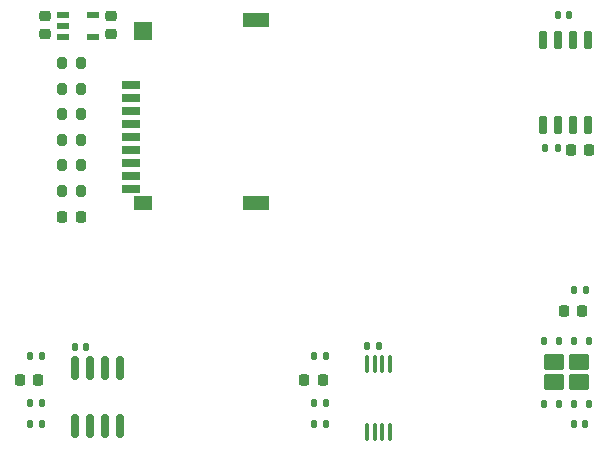
<source format=gtp>
%TF.GenerationSoftware,KiCad,Pcbnew,7.0.11*%
%TF.CreationDate,2024-03-09T22:48:20+08:00*%
%TF.ProjectId,UINIO-Storage,55494e49-4f2d-4537-946f-726167652e6b,Version 1.0.0*%
%TF.SameCoordinates,PX75dd570PY4f4ebc0*%
%TF.FileFunction,Paste,Top*%
%TF.FilePolarity,Positive*%
%FSLAX46Y46*%
G04 Gerber Fmt 4.6, Leading zero omitted, Abs format (unit mm)*
G04 Created by KiCad (PCBNEW 7.0.11) date 2024-03-09 22:48:20*
%MOMM*%
%LPD*%
G01*
G04 APERTURE LIST*
G04 Aperture macros list*
%AMRoundRect*
0 Rectangle with rounded corners*
0 $1 Rounding radius*
0 $2 $3 $4 $5 $6 $7 $8 $9 X,Y pos of 4 corners*
0 Add a 4 corners polygon primitive as box body*
4,1,4,$2,$3,$4,$5,$6,$7,$8,$9,$2,$3,0*
0 Add four circle primitives for the rounded corners*
1,1,$1+$1,$2,$3*
1,1,$1+$1,$4,$5*
1,1,$1+$1,$6,$7*
1,1,$1+$1,$8,$9*
0 Add four rect primitives between the rounded corners*
20,1,$1+$1,$2,$3,$4,$5,0*
20,1,$1+$1,$4,$5,$6,$7,0*
20,1,$1+$1,$6,$7,$8,$9,0*
20,1,$1+$1,$8,$9,$2,$3,0*%
G04 Aperture macros list end*
%ADD10RoundRect,0.135000X0.135000X0.185000X-0.135000X0.185000X-0.135000X-0.185000X0.135000X-0.185000X0*%
%ADD11RoundRect,0.140000X-0.140000X-0.170000X0.140000X-0.170000X0.140000X0.170000X-0.140000X0.170000X0*%
%ADD12RoundRect,0.218750X0.218750X0.256250X-0.218750X0.256250X-0.218750X-0.256250X0.218750X-0.256250X0*%
%ADD13RoundRect,0.200000X-0.200000X-0.275000X0.200000X-0.275000X0.200000X0.275000X-0.200000X0.275000X0*%
%ADD14RoundRect,0.218750X-0.218750X-0.256250X0.218750X-0.256250X0.218750X0.256250X-0.218750X0.256250X0*%
%ADD15RoundRect,0.100000X0.100000X-0.637500X0.100000X0.637500X-0.100000X0.637500X-0.100000X-0.637500X0*%
%ADD16R,1.000000X0.600000*%
%ADD17RoundRect,0.150000X0.150000X-0.825000X0.150000X0.825000X-0.150000X0.825000X-0.150000X-0.825000X0*%
%ADD18R,1.600000X0.700000*%
%ADD19R,1.500000X1.200000*%
%ADD20R,2.200000X1.200000*%
%ADD21R,1.500000X1.600000*%
%ADD22RoundRect,0.225000X0.250000X-0.225000X0.250000X0.225000X-0.250000X0.225000X-0.250000X-0.225000X0*%
%ADD23RoundRect,0.150000X0.150000X-0.650000X0.150000X0.650000X-0.150000X0.650000X-0.150000X-0.650000X0*%
%ADD24RoundRect,0.135000X-0.135000X-0.185000X0.135000X-0.185000X0.135000X0.185000X-0.135000X0.185000X0*%
%ADD25RoundRect,0.140000X0.140000X0.170000X-0.140000X0.170000X-0.140000X-0.170000X0.140000X-0.170000X0*%
%ADD26RoundRect,0.250000X0.615000X-0.435000X0.615000X0.435000X-0.615000X0.435000X-0.615000X-0.435000X0*%
%ADD27RoundRect,0.125000X0.125000X-0.250000X0.125000X0.250000X-0.125000X0.250000X-0.125000X-0.250000X0*%
%ADD28RoundRect,0.225000X-0.250000X0.225000X-0.250000X-0.225000X0.250000X-0.225000X0.250000X0.225000X0*%
G04 APERTURE END LIST*
D10*
%TO.C,R7*%
X7680000Y-32515786D03*
X6660000Y-32515786D03*
%TD*%
D11*
%TO.C,C1*%
X51330000Y-3690000D03*
X52290000Y-3690000D03*
%TD*%
D12*
%TO.C,D5*%
X53437500Y-28693000D03*
X51862500Y-28693000D03*
%TD*%
D13*
%TO.C,R10*%
X9350000Y-12066666D03*
X11000000Y-12066666D03*
%TD*%
D14*
%TO.C,D4*%
X9387500Y-20740000D03*
X10962500Y-20740000D03*
%TD*%
D15*
%TO.C,U2*%
X35200000Y-38923786D03*
X35850000Y-38923786D03*
X36500000Y-38923786D03*
X37150000Y-38923786D03*
X37150000Y-33198786D03*
X36500000Y-33198786D03*
X35850000Y-33198786D03*
X35200000Y-33198786D03*
%TD*%
D16*
%TO.C,U4*%
X9440000Y-3640000D03*
X9440000Y-4590000D03*
X9440000Y-5540000D03*
X12040000Y-5540000D03*
X12040000Y-3640000D03*
%TD*%
D12*
%TO.C,D2*%
X7367500Y-34525786D03*
X5792500Y-34525786D03*
%TD*%
D10*
%TO.C,R2*%
X7680000Y-36535786D03*
X6660000Y-36535786D03*
%TD*%
D17*
%TO.C,U1*%
X10475000Y-38490786D03*
X11745000Y-38490786D03*
X13015000Y-38490786D03*
X14285000Y-38490786D03*
X14285000Y-33540786D03*
X13015000Y-33540786D03*
X11745000Y-33540786D03*
X10475000Y-33540786D03*
%TD*%
D18*
%TO.C,Card1*%
X15220000Y-9595000D03*
X15220000Y-10695000D03*
X15220000Y-11794000D03*
X15220000Y-12895000D03*
X15220000Y-13994000D03*
X15220000Y-15095000D03*
X15220000Y-16194000D03*
X15220000Y-17294000D03*
X15220000Y-18394000D03*
D19*
X16220000Y-19594000D03*
D20*
X25820000Y-19586000D03*
X25820000Y-4086000D03*
D21*
X16220000Y-4986000D03*
%TD*%
D11*
%TO.C,C4*%
X52730000Y-38310000D03*
X53690000Y-38310000D03*
%TD*%
D22*
%TO.C,C5*%
X7970000Y-5251000D03*
X7970000Y-3701000D03*
%TD*%
D10*
%TO.C,R1*%
X7680000Y-38245786D03*
X6660000Y-38245786D03*
%TD*%
D13*
%TO.C,R9*%
X9350000Y-9908333D03*
X11000000Y-9908333D03*
%TD*%
D23*
%TO.C,U3*%
X50070000Y-12950000D03*
X51340000Y-12950000D03*
X52610000Y-12950000D03*
X53880000Y-12950000D03*
X53880000Y-5750000D03*
X52610000Y-5750000D03*
X51340000Y-5750000D03*
X50070000Y-5750000D03*
%TD*%
D13*
%TO.C,R12*%
X9350000Y-18541665D03*
X11000000Y-18541665D03*
%TD*%
D24*
%TO.C,R13*%
X52730000Y-26910000D03*
X53750000Y-26910000D03*
%TD*%
D12*
%TO.C,D3*%
X31445000Y-34530000D03*
X29870000Y-34530000D03*
%TD*%
D10*
%TO.C,R5*%
X51330000Y-14940000D03*
X50310000Y-14940000D03*
%TD*%
D13*
%TO.C,R8*%
X9350000Y-7750000D03*
X11000000Y-7750000D03*
%TD*%
%TO.C,R11*%
X9350000Y-14224999D03*
X11000000Y-14224999D03*
%TD*%
D12*
%TO.C,D1*%
X54017500Y-15090000D03*
X52442500Y-15090000D03*
%TD*%
D25*
%TO.C,C3*%
X36190000Y-31648000D03*
X35230000Y-31648000D03*
%TD*%
D10*
%TO.C,R3*%
X31757500Y-38250000D03*
X30737500Y-38250000D03*
%TD*%
D24*
%TO.C,R4*%
X30737500Y-36540000D03*
X31757500Y-36540000D03*
%TD*%
D26*
%TO.C,U5*%
X51020000Y-34771000D03*
X53170000Y-34771000D03*
X51020000Y-33071000D03*
X53170000Y-33071000D03*
D27*
X50190000Y-36621000D03*
X51460000Y-36621000D03*
X52730000Y-36621000D03*
X54000000Y-36621000D03*
X54000000Y-31221000D03*
X52730000Y-31221000D03*
X51460000Y-31221000D03*
X50190000Y-31221000D03*
%TD*%
D25*
%TO.C,C2*%
X11450000Y-31755786D03*
X10490000Y-31755786D03*
%TD*%
D13*
%TO.C,R14*%
X9350000Y-16383332D03*
X11000000Y-16383332D03*
%TD*%
D10*
%TO.C,R6*%
X31757500Y-32520000D03*
X30737500Y-32520000D03*
%TD*%
D28*
%TO.C,C6*%
X13510000Y-3701000D03*
X13510000Y-5251000D03*
%TD*%
M02*

</source>
